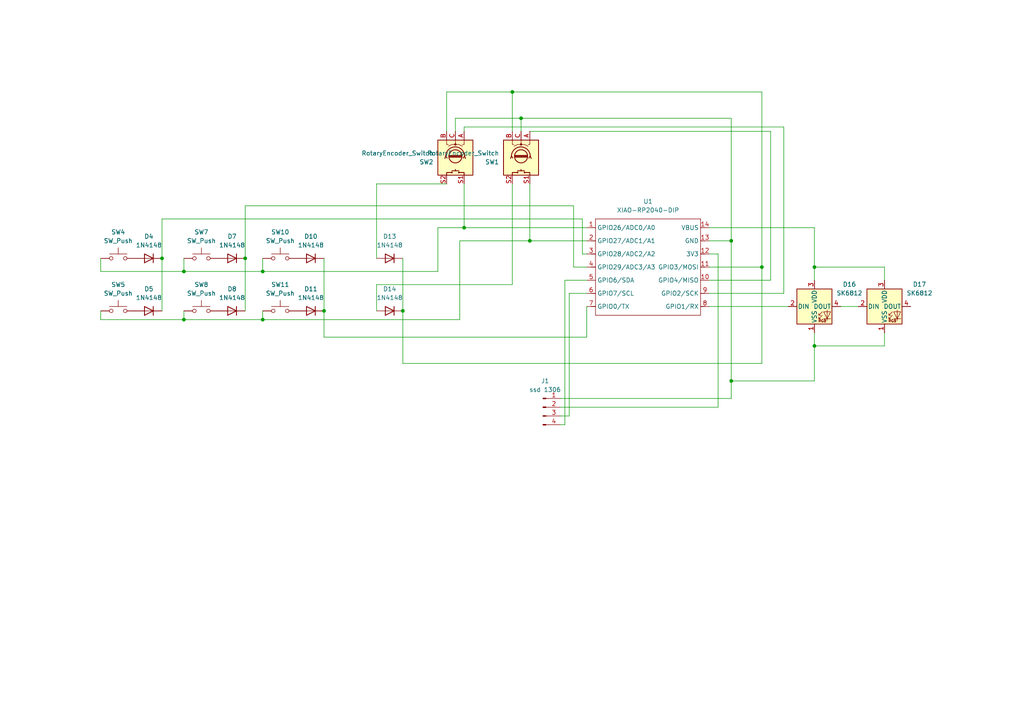
<source format=kicad_sch>
(kicad_sch
	(version 20250114)
	(generator "eeschema")
	(generator_version "9.0")
	(uuid "48ca06df-566f-4860-8bf7-4d466f467d72")
	(paper "A4")
	(lib_symbols
		(symbol "Connector:Conn_01x04_Pin"
			(pin_names
				(offset 1.016)
				(hide yes)
			)
			(exclude_from_sim no)
			(in_bom yes)
			(on_board yes)
			(property "Reference" "J"
				(at 0 5.08 0)
				(effects
					(font
						(size 1.27 1.27)
					)
				)
			)
			(property "Value" "Conn_01x04_Pin"
				(at 0 -7.62 0)
				(effects
					(font
						(size 1.27 1.27)
					)
				)
			)
			(property "Footprint" ""
				(at 0 0 0)
				(effects
					(font
						(size 1.27 1.27)
					)
					(hide yes)
				)
			)
			(property "Datasheet" "~"
				(at 0 0 0)
				(effects
					(font
						(size 1.27 1.27)
					)
					(hide yes)
				)
			)
			(property "Description" "Generic connector, single row, 01x04, script generated"
				(at 0 0 0)
				(effects
					(font
						(size 1.27 1.27)
					)
					(hide yes)
				)
			)
			(property "ki_locked" ""
				(at 0 0 0)
				(effects
					(font
						(size 1.27 1.27)
					)
				)
			)
			(property "ki_keywords" "connector"
				(at 0 0 0)
				(effects
					(font
						(size 1.27 1.27)
					)
					(hide yes)
				)
			)
			(property "ki_fp_filters" "Connector*:*_1x??_*"
				(at 0 0 0)
				(effects
					(font
						(size 1.27 1.27)
					)
					(hide yes)
				)
			)
			(symbol "Conn_01x04_Pin_1_1"
				(rectangle
					(start 0.8636 2.667)
					(end 0 2.413)
					(stroke
						(width 0.1524)
						(type default)
					)
					(fill
						(type outline)
					)
				)
				(rectangle
					(start 0.8636 0.127)
					(end 0 -0.127)
					(stroke
						(width 0.1524)
						(type default)
					)
					(fill
						(type outline)
					)
				)
				(rectangle
					(start 0.8636 -2.413)
					(end 0 -2.667)
					(stroke
						(width 0.1524)
						(type default)
					)
					(fill
						(type outline)
					)
				)
				(rectangle
					(start 0.8636 -4.953)
					(end 0 -5.207)
					(stroke
						(width 0.1524)
						(type default)
					)
					(fill
						(type outline)
					)
				)
				(polyline
					(pts
						(xy 1.27 2.54) (xy 0.8636 2.54)
					)
					(stroke
						(width 0.1524)
						(type default)
					)
					(fill
						(type none)
					)
				)
				(polyline
					(pts
						(xy 1.27 0) (xy 0.8636 0)
					)
					(stroke
						(width 0.1524)
						(type default)
					)
					(fill
						(type none)
					)
				)
				(polyline
					(pts
						(xy 1.27 -2.54) (xy 0.8636 -2.54)
					)
					(stroke
						(width 0.1524)
						(type default)
					)
					(fill
						(type none)
					)
				)
				(polyline
					(pts
						(xy 1.27 -5.08) (xy 0.8636 -5.08)
					)
					(stroke
						(width 0.1524)
						(type default)
					)
					(fill
						(type none)
					)
				)
				(pin passive line
					(at 5.08 2.54 180)
					(length 3.81)
					(name "Pin_1"
						(effects
							(font
								(size 1.27 1.27)
							)
						)
					)
					(number "1"
						(effects
							(font
								(size 1.27 1.27)
							)
						)
					)
				)
				(pin passive line
					(at 5.08 0 180)
					(length 3.81)
					(name "Pin_2"
						(effects
							(font
								(size 1.27 1.27)
							)
						)
					)
					(number "2"
						(effects
							(font
								(size 1.27 1.27)
							)
						)
					)
				)
				(pin passive line
					(at 5.08 -2.54 180)
					(length 3.81)
					(name "Pin_3"
						(effects
							(font
								(size 1.27 1.27)
							)
						)
					)
					(number "3"
						(effects
							(font
								(size 1.27 1.27)
							)
						)
					)
				)
				(pin passive line
					(at 5.08 -5.08 180)
					(length 3.81)
					(name "Pin_4"
						(effects
							(font
								(size 1.27 1.27)
							)
						)
					)
					(number "4"
						(effects
							(font
								(size 1.27 1.27)
							)
						)
					)
				)
			)
			(embedded_fonts no)
		)
		(symbol "Device:RotaryEncoder_Switch"
			(pin_names
				(offset 0.254)
				(hide yes)
			)
			(exclude_from_sim no)
			(in_bom yes)
			(on_board yes)
			(property "Reference" "SW"
				(at 0 6.604 0)
				(effects
					(font
						(size 1.27 1.27)
					)
				)
			)
			(property "Value" "RotaryEncoder_Switch"
				(at 0 -6.604 0)
				(effects
					(font
						(size 1.27 1.27)
					)
				)
			)
			(property "Footprint" ""
				(at -3.81 4.064 0)
				(effects
					(font
						(size 1.27 1.27)
					)
					(hide yes)
				)
			)
			(property "Datasheet" "~"
				(at 0 6.604 0)
				(effects
					(font
						(size 1.27 1.27)
					)
					(hide yes)
				)
			)
			(property "Description" "Rotary encoder, dual channel, incremental quadrate outputs, with switch"
				(at 0 0 0)
				(effects
					(font
						(size 1.27 1.27)
					)
					(hide yes)
				)
			)
			(property "ki_keywords" "rotary switch encoder switch push button"
				(at 0 0 0)
				(effects
					(font
						(size 1.27 1.27)
					)
					(hide yes)
				)
			)
			(property "ki_fp_filters" "RotaryEncoder*Switch*"
				(at 0 0 0)
				(effects
					(font
						(size 1.27 1.27)
					)
					(hide yes)
				)
			)
			(symbol "RotaryEncoder_Switch_0_1"
				(rectangle
					(start -5.08 5.08)
					(end 5.08 -5.08)
					(stroke
						(width 0.254)
						(type default)
					)
					(fill
						(type background)
					)
				)
				(polyline
					(pts
						(xy -5.08 2.54) (xy -3.81 2.54) (xy -3.81 2.032)
					)
					(stroke
						(width 0)
						(type default)
					)
					(fill
						(type none)
					)
				)
				(polyline
					(pts
						(xy -5.08 0) (xy -3.81 0) (xy -3.81 -1.016) (xy -3.302 -2.032)
					)
					(stroke
						(width 0)
						(type default)
					)
					(fill
						(type none)
					)
				)
				(polyline
					(pts
						(xy -5.08 -2.54) (xy -3.81 -2.54) (xy -3.81 -2.032)
					)
					(stroke
						(width 0)
						(type default)
					)
					(fill
						(type none)
					)
				)
				(polyline
					(pts
						(xy -4.318 0) (xy -3.81 0) (xy -3.81 1.016) (xy -3.302 2.032)
					)
					(stroke
						(width 0)
						(type default)
					)
					(fill
						(type none)
					)
				)
				(circle
					(center -3.81 0)
					(radius 0.254)
					(stroke
						(width 0)
						(type default)
					)
					(fill
						(type outline)
					)
				)
				(polyline
					(pts
						(xy -0.635 -1.778) (xy -0.635 1.778)
					)
					(stroke
						(width 0.254)
						(type default)
					)
					(fill
						(type none)
					)
				)
				(circle
					(center -0.381 0)
					(radius 1.905)
					(stroke
						(width 0.254)
						(type default)
					)
					(fill
						(type none)
					)
				)
				(polyline
					(pts
						(xy -0.381 -1.778) (xy -0.381 1.778)
					)
					(stroke
						(width 0.254)
						(type default)
					)
					(fill
						(type none)
					)
				)
				(arc
					(start -0.381 -2.794)
					(mid -3.0988 -0.0635)
					(end -0.381 2.667)
					(stroke
						(width 0.254)
						(type default)
					)
					(fill
						(type none)
					)
				)
				(polyline
					(pts
						(xy -0.127 1.778) (xy -0.127 -1.778)
					)
					(stroke
						(width 0.254)
						(type default)
					)
					(fill
						(type none)
					)
				)
				(polyline
					(pts
						(xy 0.254 2.921) (xy -0.508 2.667) (xy 0.127 2.286)
					)
					(stroke
						(width 0.254)
						(type default)
					)
					(fill
						(type none)
					)
				)
				(polyline
					(pts
						(xy 0.254 -3.048) (xy -0.508 -2.794) (xy 0.127 -2.413)
					)
					(stroke
						(width 0.254)
						(type default)
					)
					(fill
						(type none)
					)
				)
				(polyline
					(pts
						(xy 3.81 1.016) (xy 3.81 -1.016)
					)
					(stroke
						(width 0.254)
						(type default)
					)
					(fill
						(type none)
					)
				)
				(polyline
					(pts
						(xy 3.81 0) (xy 3.429 0)
					)
					(stroke
						(width 0.254)
						(type default)
					)
					(fill
						(type none)
					)
				)
				(circle
					(center 4.318 1.016)
					(radius 0.127)
					(stroke
						(width 0.254)
						(type default)
					)
					(fill
						(type none)
					)
				)
				(circle
					(center 4.318 -1.016)
					(radius 0.127)
					(stroke
						(width 0.254)
						(type default)
					)
					(fill
						(type none)
					)
				)
				(polyline
					(pts
						(xy 5.08 2.54) (xy 4.318 2.54) (xy 4.318 1.016)
					)
					(stroke
						(width 0.254)
						(type default)
					)
					(fill
						(type none)
					)
				)
				(polyline
					(pts
						(xy 5.08 -2.54) (xy 4.318 -2.54) (xy 4.318 -1.016)
					)
					(stroke
						(width 0.254)
						(type default)
					)
					(fill
						(type none)
					)
				)
			)
			(symbol "RotaryEncoder_Switch_1_1"
				(pin passive line
					(at -7.62 2.54 0)
					(length 2.54)
					(name "A"
						(effects
							(font
								(size 1.27 1.27)
							)
						)
					)
					(number "A"
						(effects
							(font
								(size 1.27 1.27)
							)
						)
					)
				)
				(pin passive line
					(at -7.62 0 0)
					(length 2.54)
					(name "C"
						(effects
							(font
								(size 1.27 1.27)
							)
						)
					)
					(number "C"
						(effects
							(font
								(size 1.27 1.27)
							)
						)
					)
				)
				(pin passive line
					(at -7.62 -2.54 0)
					(length 2.54)
					(name "B"
						(effects
							(font
								(size 1.27 1.27)
							)
						)
					)
					(number "B"
						(effects
							(font
								(size 1.27 1.27)
							)
						)
					)
				)
				(pin passive line
					(at 7.62 2.54 180)
					(length 2.54)
					(name "S1"
						(effects
							(font
								(size 1.27 1.27)
							)
						)
					)
					(number "S1"
						(effects
							(font
								(size 1.27 1.27)
							)
						)
					)
				)
				(pin passive line
					(at 7.62 -2.54 180)
					(length 2.54)
					(name "S2"
						(effects
							(font
								(size 1.27 1.27)
							)
						)
					)
					(number "S2"
						(effects
							(font
								(size 1.27 1.27)
							)
						)
					)
				)
			)
			(embedded_fonts no)
		)
		(symbol "Diode:1N4148"
			(pin_numbers
				(hide yes)
			)
			(pin_names
				(hide yes)
			)
			(exclude_from_sim no)
			(in_bom yes)
			(on_board yes)
			(property "Reference" "D"
				(at 0 2.54 0)
				(effects
					(font
						(size 1.27 1.27)
					)
				)
			)
			(property "Value" "1N4148"
				(at 0 -2.54 0)
				(effects
					(font
						(size 1.27 1.27)
					)
				)
			)
			(property "Footprint" "Diode_THT:D_DO-35_SOD27_P7.62mm_Horizontal"
				(at 0 0 0)
				(effects
					(font
						(size 1.27 1.27)
					)
					(hide yes)
				)
			)
			(property "Datasheet" "https://assets.nexperia.com/documents/data-sheet/1N4148_1N4448.pdf"
				(at 0 0 0)
				(effects
					(font
						(size 1.27 1.27)
					)
					(hide yes)
				)
			)
			(property "Description" "100V 0.15A standard switching diode, DO-35"
				(at 0 0 0)
				(effects
					(font
						(size 1.27 1.27)
					)
					(hide yes)
				)
			)
			(property "Sim.Device" "D"
				(at 0 0 0)
				(effects
					(font
						(size 1.27 1.27)
					)
					(hide yes)
				)
			)
			(property "Sim.Pins" "1=K 2=A"
				(at 0 0 0)
				(effects
					(font
						(size 1.27 1.27)
					)
					(hide yes)
				)
			)
			(property "ki_keywords" "diode"
				(at 0 0 0)
				(effects
					(font
						(size 1.27 1.27)
					)
					(hide yes)
				)
			)
			(property "ki_fp_filters" "D*DO?35*"
				(at 0 0 0)
				(effects
					(font
						(size 1.27 1.27)
					)
					(hide yes)
				)
			)
			(symbol "1N4148_0_1"
				(polyline
					(pts
						(xy -1.27 1.27) (xy -1.27 -1.27)
					)
					(stroke
						(width 0.254)
						(type default)
					)
					(fill
						(type none)
					)
				)
				(polyline
					(pts
						(xy 1.27 1.27) (xy 1.27 -1.27) (xy -1.27 0) (xy 1.27 1.27)
					)
					(stroke
						(width 0.254)
						(type default)
					)
					(fill
						(type none)
					)
				)
				(polyline
					(pts
						(xy 1.27 0) (xy -1.27 0)
					)
					(stroke
						(width 0)
						(type default)
					)
					(fill
						(type none)
					)
				)
			)
			(symbol "1N4148_1_1"
				(pin passive line
					(at -3.81 0 0)
					(length 2.54)
					(name "K"
						(effects
							(font
								(size 1.27 1.27)
							)
						)
					)
					(number "1"
						(effects
							(font
								(size 1.27 1.27)
							)
						)
					)
				)
				(pin passive line
					(at 3.81 0 180)
					(length 2.54)
					(name "A"
						(effects
							(font
								(size 1.27 1.27)
							)
						)
					)
					(number "2"
						(effects
							(font
								(size 1.27 1.27)
							)
						)
					)
				)
			)
			(embedded_fonts no)
		)
		(symbol "LED:SK6812"
			(pin_names
				(offset 0.254)
			)
			(exclude_from_sim no)
			(in_bom yes)
			(on_board yes)
			(property "Reference" "D"
				(at 5.08 5.715 0)
				(effects
					(font
						(size 1.27 1.27)
					)
					(justify right bottom)
				)
			)
			(property "Value" "SK6812"
				(at 1.27 -5.715 0)
				(effects
					(font
						(size 1.27 1.27)
					)
					(justify left top)
				)
			)
			(property "Footprint" "LED_SMD:LED_SK6812_PLCC4_5.0x5.0mm_P3.2mm"
				(at 1.27 -7.62 0)
				(effects
					(font
						(size 1.27 1.27)
					)
					(justify left top)
					(hide yes)
				)
			)
			(property "Datasheet" "https://cdn-shop.adafruit.com/product-files/1138/SK6812+LED+datasheet+.pdf"
				(at 2.54 -9.525 0)
				(effects
					(font
						(size 1.27 1.27)
					)
					(justify left top)
					(hide yes)
				)
			)
			(property "Description" "RGB LED with integrated controller"
				(at 0 0 0)
				(effects
					(font
						(size 1.27 1.27)
					)
					(hide yes)
				)
			)
			(property "ki_keywords" "RGB LED NeoPixel addressable"
				(at 0 0 0)
				(effects
					(font
						(size 1.27 1.27)
					)
					(hide yes)
				)
			)
			(property "ki_fp_filters" "LED*SK6812*PLCC*5.0x5.0mm*P3.2mm*"
				(at 0 0 0)
				(effects
					(font
						(size 1.27 1.27)
					)
					(hide yes)
				)
			)
			(symbol "SK6812_0_0"
				(text "RGB"
					(at 2.286 -4.191 0)
					(effects
						(font
							(size 0.762 0.762)
						)
					)
				)
			)
			(symbol "SK6812_0_1"
				(polyline
					(pts
						(xy 1.27 -2.54) (xy 1.778 -2.54)
					)
					(stroke
						(width 0)
						(type default)
					)
					(fill
						(type none)
					)
				)
				(polyline
					(pts
						(xy 1.27 -3.556) (xy 1.778 -3.556)
					)
					(stroke
						(width 0)
						(type default)
					)
					(fill
						(type none)
					)
				)
				(polyline
					(pts
						(xy 2.286 -1.524) (xy 1.27 -2.54) (xy 1.27 -2.032)
					)
					(stroke
						(width 0)
						(type default)
					)
					(fill
						(type none)
					)
				)
				(polyline
					(pts
						(xy 2.286 -2.54) (xy 1.27 -3.556) (xy 1.27 -3.048)
					)
					(stroke
						(width 0)
						(type default)
					)
					(fill
						(type none)
					)
				)
				(polyline
					(pts
						(xy 3.683 -1.016) (xy 3.683 -3.556) (xy 3.683 -4.064)
					)
					(stroke
						(width 0)
						(type default)
					)
					(fill
						(type none)
					)
				)
				(polyline
					(pts
						(xy 4.699 -1.524) (xy 2.667 -1.524) (xy 3.683 -3.556) (xy 4.699 -1.524)
					)
					(stroke
						(width 0)
						(type default)
					)
					(fill
						(type none)
					)
				)
				(polyline
					(pts
						(xy 4.699 -3.556) (xy 2.667 -3.556)
					)
					(stroke
						(width 0)
						(type default)
					)
					(fill
						(type none)
					)
				)
				(rectangle
					(start 5.08 5.08)
					(end -5.08 -5.08)
					(stroke
						(width 0.254)
						(type default)
					)
					(fill
						(type background)
					)
				)
			)
			(symbol "SK6812_1_1"
				(pin input line
					(at -7.62 0 0)
					(length 2.54)
					(name "DIN"
						(effects
							(font
								(size 1.27 1.27)
							)
						)
					)
					(number "2"
						(effects
							(font
								(size 1.27 1.27)
							)
						)
					)
				)
				(pin power_in line
					(at 0 7.62 270)
					(length 2.54)
					(name "VDD"
						(effects
							(font
								(size 1.27 1.27)
							)
						)
					)
					(number "3"
						(effects
							(font
								(size 1.27 1.27)
							)
						)
					)
				)
				(pin power_in line
					(at 0 -7.62 90)
					(length 2.54)
					(name "VSS"
						(effects
							(font
								(size 1.27 1.27)
							)
						)
					)
					(number "1"
						(effects
							(font
								(size 1.27 1.27)
							)
						)
					)
				)
				(pin output line
					(at 7.62 0 180)
					(length 2.54)
					(name "DOUT"
						(effects
							(font
								(size 1.27 1.27)
							)
						)
					)
					(number "4"
						(effects
							(font
								(size 1.27 1.27)
							)
						)
					)
				)
			)
			(embedded_fonts no)
		)
		(symbol "Switch:SW_Push"
			(pin_numbers
				(hide yes)
			)
			(pin_names
				(offset 1.016)
				(hide yes)
			)
			(exclude_from_sim no)
			(in_bom yes)
			(on_board yes)
			(property "Reference" "SW"
				(at 1.27 2.54 0)
				(effects
					(font
						(size 1.27 1.27)
					)
					(justify left)
				)
			)
			(property "Value" "SW_Push"
				(at 0 -1.524 0)
				(effects
					(font
						(size 1.27 1.27)
					)
				)
			)
			(property "Footprint" ""
				(at 0 5.08 0)
				(effects
					(font
						(size 1.27 1.27)
					)
					(hide yes)
				)
			)
			(property "Datasheet" "~"
				(at 0 5.08 0)
				(effects
					(font
						(size 1.27 1.27)
					)
					(hide yes)
				)
			)
			(property "Description" "Push button switch, generic, two pins"
				(at 0 0 0)
				(effects
					(font
						(size 1.27 1.27)
					)
					(hide yes)
				)
			)
			(property "ki_keywords" "switch normally-open pushbutton push-button"
				(at 0 0 0)
				(effects
					(font
						(size 1.27 1.27)
					)
					(hide yes)
				)
			)
			(symbol "SW_Push_0_1"
				(circle
					(center -2.032 0)
					(radius 0.508)
					(stroke
						(width 0)
						(type default)
					)
					(fill
						(type none)
					)
				)
				(polyline
					(pts
						(xy 0 1.27) (xy 0 3.048)
					)
					(stroke
						(width 0)
						(type default)
					)
					(fill
						(type none)
					)
				)
				(circle
					(center 2.032 0)
					(radius 0.508)
					(stroke
						(width 0)
						(type default)
					)
					(fill
						(type none)
					)
				)
				(polyline
					(pts
						(xy 2.54 1.27) (xy -2.54 1.27)
					)
					(stroke
						(width 0)
						(type default)
					)
					(fill
						(type none)
					)
				)
				(pin passive line
					(at -5.08 0 0)
					(length 2.54)
					(name "1"
						(effects
							(font
								(size 1.27 1.27)
							)
						)
					)
					(number "1"
						(effects
							(font
								(size 1.27 1.27)
							)
						)
					)
				)
				(pin passive line
					(at 5.08 0 180)
					(length 2.54)
					(name "2"
						(effects
							(font
								(size 1.27 1.27)
							)
						)
					)
					(number "2"
						(effects
							(font
								(size 1.27 1.27)
							)
						)
					)
				)
			)
			(embedded_fonts no)
		)
		(symbol "opl:XIAO-RP2040-DIP"
			(exclude_from_sim no)
			(in_bom yes)
			(on_board yes)
			(property "Reference" "U"
				(at 0 0 0)
				(effects
					(font
						(size 1.27 1.27)
					)
				)
			)
			(property "Value" "XIAO-RP2040-DIP"
				(at 5.334 -1.778 0)
				(effects
					(font
						(size 1.27 1.27)
					)
				)
			)
			(property "Footprint" "Module:MOUDLE14P-XIAO-DIP-SMD"
				(at 14.478 -32.258 0)
				(effects
					(font
						(size 1.27 1.27)
					)
					(hide yes)
				)
			)
			(property "Datasheet" ""
				(at 0 0 0)
				(effects
					(font
						(size 1.27 1.27)
					)
					(hide yes)
				)
			)
			(property "Description" ""
				(at 0 0 0)
				(effects
					(font
						(size 1.27 1.27)
					)
					(hide yes)
				)
			)
			(symbol "XIAO-RP2040-DIP_1_0"
				(polyline
					(pts
						(xy -1.27 -2.54) (xy 29.21 -2.54)
					)
					(stroke
						(width 0.1524)
						(type solid)
					)
					(fill
						(type none)
					)
				)
				(polyline
					(pts
						(xy -1.27 -5.08) (xy -2.54 -5.08)
					)
					(stroke
						(width 0.1524)
						(type solid)
					)
					(fill
						(type none)
					)
				)
				(polyline
					(pts
						(xy -1.27 -5.08) (xy -1.27 -2.54)
					)
					(stroke
						(width 0.1524)
						(type solid)
					)
					(fill
						(type none)
					)
				)
				(polyline
					(pts
						(xy -1.27 -8.89) (xy -2.54 -8.89)
					)
					(stroke
						(width 0.1524)
						(type solid)
					)
					(fill
						(type none)
					)
				)
				(polyline
					(pts
						(xy -1.27 -8.89) (xy -1.27 -5.08)
					)
					(stroke
						(width 0.1524)
						(type solid)
					)
					(fill
						(type none)
					)
				)
				(polyline
					(pts
						(xy -1.27 -12.7) (xy -2.54 -12.7)
					)
					(stroke
						(width 0.1524)
						(type solid)
					)
					(fill
						(type none)
					)
				)
				(polyline
					(pts
						(xy -1.27 -12.7) (xy -1.27 -8.89)
					)
					(stroke
						(width 0.1524)
						(type solid)
					)
					(fill
						(type none)
					)
				)
				(polyline
					(pts
						(xy -1.27 -16.51) (xy -2.54 -16.51)
					)
					(stroke
						(width 0.1524)
						(type solid)
					)
					(fill
						(type none)
					)
				)
				(polyline
					(pts
						(xy -1.27 -16.51) (xy -1.27 -12.7)
					)
					(stroke
						(width 0.1524)
						(type solid)
					)
					(fill
						(type none)
					)
				)
				(polyline
					(pts
						(xy -1.27 -20.32) (xy -2.54 -20.32)
					)
					(stroke
						(width 0.1524)
						(type solid)
					)
					(fill
						(type none)
					)
				)
				(polyline
					(pts
						(xy -1.27 -24.13) (xy -2.54 -24.13)
					)
					(stroke
						(width 0.1524)
						(type solid)
					)
					(fill
						(type none)
					)
				)
				(polyline
					(pts
						(xy -1.27 -27.94) (xy -2.54 -27.94)
					)
					(stroke
						(width 0.1524)
						(type solid)
					)
					(fill
						(type none)
					)
				)
				(polyline
					(pts
						(xy -1.27 -30.48) (xy -1.27 -16.51)
					)
					(stroke
						(width 0.1524)
						(type solid)
					)
					(fill
						(type none)
					)
				)
				(polyline
					(pts
						(xy 29.21 -2.54) (xy 29.21 -5.08)
					)
					(stroke
						(width 0.1524)
						(type solid)
					)
					(fill
						(type none)
					)
				)
				(polyline
					(pts
						(xy 29.21 -5.08) (xy 29.21 -8.89)
					)
					(stroke
						(width 0.1524)
						(type solid)
					)
					(fill
						(type none)
					)
				)
				(polyline
					(pts
						(xy 29.21 -8.89) (xy 29.21 -12.7)
					)
					(stroke
						(width 0.1524)
						(type solid)
					)
					(fill
						(type none)
					)
				)
				(polyline
					(pts
						(xy 29.21 -12.7) (xy 29.21 -30.48)
					)
					(stroke
						(width 0.1524)
						(type solid)
					)
					(fill
						(type none)
					)
				)
				(polyline
					(pts
						(xy 29.21 -30.48) (xy -1.27 -30.48)
					)
					(stroke
						(width 0.1524)
						(type solid)
					)
					(fill
						(type none)
					)
				)
				(polyline
					(pts
						(xy 30.48 -5.08) (xy 29.21 -5.08)
					)
					(stroke
						(width 0.1524)
						(type solid)
					)
					(fill
						(type none)
					)
				)
				(polyline
					(pts
						(xy 30.48 -8.89) (xy 29.21 -8.89)
					)
					(stroke
						(width 0.1524)
						(type solid)
					)
					(fill
						(type none)
					)
				)
				(polyline
					(pts
						(xy 30.48 -12.7) (xy 29.21 -12.7)
					)
					(stroke
						(width 0.1524)
						(type solid)
					)
					(fill
						(type none)
					)
				)
				(polyline
					(pts
						(xy 30.48 -16.51) (xy 29.21 -16.51)
					)
					(stroke
						(width 0.1524)
						(type solid)
					)
					(fill
						(type none)
					)
				)
				(polyline
					(pts
						(xy 30.48 -20.32) (xy 29.21 -20.32)
					)
					(stroke
						(width 0.1524)
						(type solid)
					)
					(fill
						(type none)
					)
				)
				(polyline
					(pts
						(xy 30.48 -24.13) (xy 29.21 -24.13)
					)
					(stroke
						(width 0.1524)
						(type solid)
					)
					(fill
						(type none)
					)
				)
				(polyline
					(pts
						(xy 30.48 -27.94) (xy 29.21 -27.94)
					)
					(stroke
						(width 0.1524)
						(type solid)
					)
					(fill
						(type none)
					)
				)
				(pin passive line
					(at -3.81 -5.08 0)
					(length 2.54)
					(name "GPIO26/ADC0/A0"
						(effects
							(font
								(size 1.27 1.27)
							)
						)
					)
					(number "1"
						(effects
							(font
								(size 1.27 1.27)
							)
						)
					)
				)
				(pin passive line
					(at -3.81 -8.89 0)
					(length 2.54)
					(name "GPIO27/ADC1/A1"
						(effects
							(font
								(size 1.27 1.27)
							)
						)
					)
					(number "2"
						(effects
							(font
								(size 1.27 1.27)
							)
						)
					)
				)
				(pin passive line
					(at -3.81 -12.7 0)
					(length 2.54)
					(name "GPIO28/ADC2/A2"
						(effects
							(font
								(size 1.27 1.27)
							)
						)
					)
					(number "3"
						(effects
							(font
								(size 1.27 1.27)
							)
						)
					)
				)
				(pin passive line
					(at -3.81 -16.51 0)
					(length 2.54)
					(name "GPIO29/ADC3/A3"
						(effects
							(font
								(size 1.27 1.27)
							)
						)
					)
					(number "4"
						(effects
							(font
								(size 1.27 1.27)
							)
						)
					)
				)
				(pin passive line
					(at -3.81 -20.32 0)
					(length 2.54)
					(name "GPIO6/SDA"
						(effects
							(font
								(size 1.27 1.27)
							)
						)
					)
					(number "5"
						(effects
							(font
								(size 1.27 1.27)
							)
						)
					)
				)
				(pin passive line
					(at -3.81 -24.13 0)
					(length 2.54)
					(name "GPIO7/SCL"
						(effects
							(font
								(size 1.27 1.27)
							)
						)
					)
					(number "6"
						(effects
							(font
								(size 1.27 1.27)
							)
						)
					)
				)
				(pin passive line
					(at -3.81 -27.94 0)
					(length 2.54)
					(name "GPIO0/TX"
						(effects
							(font
								(size 1.27 1.27)
							)
						)
					)
					(number "7"
						(effects
							(font
								(size 1.27 1.27)
							)
						)
					)
				)
				(pin passive line
					(at 31.75 -5.08 180)
					(length 2.54)
					(name "VBUS"
						(effects
							(font
								(size 1.27 1.27)
							)
						)
					)
					(number "14"
						(effects
							(font
								(size 1.27 1.27)
							)
						)
					)
				)
				(pin passive line
					(at 31.75 -8.89 180)
					(length 2.54)
					(name "GND"
						(effects
							(font
								(size 1.27 1.27)
							)
						)
					)
					(number "13"
						(effects
							(font
								(size 1.27 1.27)
							)
						)
					)
				)
				(pin passive line
					(at 31.75 -12.7 180)
					(length 2.54)
					(name "3V3"
						(effects
							(font
								(size 1.27 1.27)
							)
						)
					)
					(number "12"
						(effects
							(font
								(size 1.27 1.27)
							)
						)
					)
				)
				(pin passive line
					(at 31.75 -16.51 180)
					(length 2.54)
					(name "GPIO3/MOSI"
						(effects
							(font
								(size 1.27 1.27)
							)
						)
					)
					(number "11"
						(effects
							(font
								(size 1.27 1.27)
							)
						)
					)
				)
				(pin passive line
					(at 31.75 -20.32 180)
					(length 2.54)
					(name "GPIO4/MISO"
						(effects
							(font
								(size 1.27 1.27)
							)
						)
					)
					(number "10"
						(effects
							(font
								(size 1.27 1.27)
							)
						)
					)
				)
				(pin passive line
					(at 31.75 -24.13 180)
					(length 2.54)
					(name "GPIO2/SCK"
						(effects
							(font
								(size 1.27 1.27)
							)
						)
					)
					(number "9"
						(effects
							(font
								(size 1.27 1.27)
							)
						)
					)
				)
				(pin passive line
					(at 31.75 -27.94 180)
					(length 2.54)
					(name "GPIO1/RX"
						(effects
							(font
								(size 1.27 1.27)
							)
						)
					)
					(number "8"
						(effects
							(font
								(size 1.27 1.27)
							)
						)
					)
				)
			)
			(embedded_fonts no)
		)
	)
	(junction
		(at 212.09 69.85)
		(diameter 0)
		(color 0 0 0 0)
		(uuid "111e2a28-8cb6-499b-ad57-2f94ec5e6215")
	)
	(junction
		(at 236.22 100.33)
		(diameter 0)
		(color 0 0 0 0)
		(uuid "113db48e-ac93-4f01-81fa-ebf3419fe344")
	)
	(junction
		(at 93.98 90.17)
		(diameter 0)
		(color 0 0 0 0)
		(uuid "1af88efd-9f0d-4e38-b531-f870d3eab8e1")
	)
	(junction
		(at 212.09 110.49)
		(diameter 0)
		(color 0 0 0 0)
		(uuid "26454770-0286-4a15-98c7-1643383617cd")
	)
	(junction
		(at 53.34 78.74)
		(diameter 0)
		(color 0 0 0 0)
		(uuid "2939c989-a827-48b2-8cb0-64dffcf3479d")
	)
	(junction
		(at 220.98 77.47)
		(diameter 0)
		(color 0 0 0 0)
		(uuid "4dd3282d-fd0b-4a2a-9b56-e8bb6c4d2555")
	)
	(junction
		(at 71.12 74.93)
		(diameter 0)
		(color 0 0 0 0)
		(uuid "735238f4-db57-4489-a37f-a86c3347662a")
	)
	(junction
		(at 236.22 77.47)
		(diameter 0)
		(color 0 0 0 0)
		(uuid "7803887f-6dd1-4a3c-88c0-44873722ad93")
	)
	(junction
		(at 116.84 90.17)
		(diameter 0)
		(color 0 0 0 0)
		(uuid "88ac02bd-8691-4f22-a281-c32ac7657556")
	)
	(junction
		(at 151.13 34.29)
		(diameter 0)
		(color 0 0 0 0)
		(uuid "929d042d-09ad-4797-8eda-709d8122f986")
	)
	(junction
		(at 148.59 26.67)
		(diameter 0)
		(color 0 0 0 0)
		(uuid "995fa59a-50d9-4e74-9e49-a7132d811060")
	)
	(junction
		(at 76.2 78.74)
		(diameter 0)
		(color 0 0 0 0)
		(uuid "a4ef9ad1-b3fc-4cfa-a74a-364d0dc81a00")
	)
	(junction
		(at 76.2 92.71)
		(diameter 0)
		(color 0 0 0 0)
		(uuid "a546b32b-41f3-4e3c-b8a4-7afcc9733495")
	)
	(junction
		(at 134.62 66.04)
		(diameter 0)
		(color 0 0 0 0)
		(uuid "aec8660b-03f5-4479-ab05-2ee657446d0e")
	)
	(junction
		(at 53.34 92.71)
		(diameter 0)
		(color 0 0 0 0)
		(uuid "b76e168c-82b5-48a7-8911-8bfabe5d35e5")
	)
	(junction
		(at 153.67 69.85)
		(diameter 0)
		(color 0 0 0 0)
		(uuid "fadcb11c-b8d6-44c7-9f48-f56a85ba29d2")
	)
	(junction
		(at 46.99 74.93)
		(diameter 0)
		(color 0 0 0 0)
		(uuid "faef5a9c-1b94-487e-a259-0beb69ed0525")
	)
	(wire
		(pts
			(xy 165.1 85.09) (xy 165.1 120.65)
		)
		(stroke
			(width 0)
			(type default)
		)
		(uuid "03b47aba-45e2-492f-8752-a76114cb5f25")
	)
	(wire
		(pts
			(xy 153.67 53.34) (xy 153.67 69.85)
		)
		(stroke
			(width 0)
			(type default)
		)
		(uuid "03e3d79f-8318-4d83-b3c1-3d58207faf08")
	)
	(wire
		(pts
			(xy 134.62 36.83) (xy 134.62 38.1)
		)
		(stroke
			(width 0)
			(type default)
		)
		(uuid "059e9918-5860-4b72-9a66-c7bccea85150")
	)
	(wire
		(pts
			(xy 148.59 26.67) (xy 148.59 38.1)
		)
		(stroke
			(width 0)
			(type default)
		)
		(uuid "05a829d4-ccf6-4e65-a5b1-c036d3f35d67")
	)
	(wire
		(pts
			(xy 212.09 115.57) (xy 212.09 110.49)
		)
		(stroke
			(width 0)
			(type default)
		)
		(uuid "0911909e-9d6c-4cdf-bbbf-76d8e17b3e3f")
	)
	(wire
		(pts
			(xy 228.6 88.9) (xy 205.74 88.9)
		)
		(stroke
			(width 0)
			(type default)
		)
		(uuid "0919fdfe-4581-4bf2-b6d1-1e54124b1898")
	)
	(wire
		(pts
			(xy 256.54 100.33) (xy 236.22 100.33)
		)
		(stroke
			(width 0)
			(type default)
		)
		(uuid "0cbca2b3-f974-43f0-99ce-b5d5c0e74f81")
	)
	(wire
		(pts
			(xy 46.99 63.5) (xy 168.91 63.5)
		)
		(stroke
			(width 0)
			(type default)
		)
		(uuid "13284839-c9a9-4c83-abb5-1096880613c2")
	)
	(wire
		(pts
			(xy 220.98 26.67) (xy 148.59 26.67)
		)
		(stroke
			(width 0)
			(type default)
		)
		(uuid "1a642046-8a70-4965-b72a-72f0fd95c530")
	)
	(wire
		(pts
			(xy 163.83 123.19) (xy 162.56 123.19)
		)
		(stroke
			(width 0)
			(type default)
		)
		(uuid "1b929d59-40d3-4a77-9cf2-fab22b25a8bd")
	)
	(wire
		(pts
			(xy 223.52 81.28) (xy 205.74 81.28)
		)
		(stroke
			(width 0)
			(type default)
		)
		(uuid "1b96cc53-e0e0-49e5-9546-eeb1bd2a4a32")
	)
	(wire
		(pts
			(xy 76.2 74.93) (xy 76.2 78.74)
		)
		(stroke
			(width 0)
			(type default)
		)
		(uuid "20e9a562-863e-464a-bef9-79fc05aea226")
	)
	(wire
		(pts
			(xy 243.84 88.9) (xy 248.92 88.9)
		)
		(stroke
			(width 0)
			(type default)
		)
		(uuid "21fb9722-d13f-4471-9282-0d98c605bdd1")
	)
	(wire
		(pts
			(xy 227.33 85.09) (xy 227.33 36.83)
		)
		(stroke
			(width 0)
			(type default)
		)
		(uuid "29eb53b6-9643-4d2e-b0d7-adf35223fda2")
	)
	(wire
		(pts
			(xy 162.56 118.11) (xy 208.28 118.11)
		)
		(stroke
			(width 0)
			(type default)
		)
		(uuid "2a748c11-b5d4-41d5-bff4-3b920bcf3867")
	)
	(wire
		(pts
			(xy 170.18 77.47) (xy 166.37 77.47)
		)
		(stroke
			(width 0)
			(type default)
		)
		(uuid "2be8a512-240a-473e-8424-b2913341238d")
	)
	(wire
		(pts
			(xy 256.54 81.28) (xy 256.54 77.47)
		)
		(stroke
			(width 0)
			(type default)
		)
		(uuid "2c2a338c-f87d-46c9-aabc-f319afe3936e")
	)
	(wire
		(pts
			(xy 46.99 74.93) (xy 46.99 63.5)
		)
		(stroke
			(width 0)
			(type default)
		)
		(uuid "2d06c6bf-300e-4d07-9672-916bebbb8d31")
	)
	(wire
		(pts
			(xy 129.54 26.67) (xy 129.54 38.1)
		)
		(stroke
			(width 0)
			(type default)
		)
		(uuid "2e7c64b4-55c5-4f15-8cc6-7634d8cc93f4")
	)
	(wire
		(pts
			(xy 76.2 90.17) (xy 76.2 92.71)
		)
		(stroke
			(width 0)
			(type default)
		)
		(uuid "331aa683-dbb7-4b3c-b5c7-9f927c56f5ce")
	)
	(wire
		(pts
			(xy 116.84 105.41) (xy 220.98 105.41)
		)
		(stroke
			(width 0)
			(type default)
		)
		(uuid "347b112e-506c-4a4c-ba68-d70649544132")
	)
	(wire
		(pts
			(xy 170.18 69.85) (xy 153.67 69.85)
		)
		(stroke
			(width 0)
			(type default)
		)
		(uuid "3a9b7c79-6cbb-4b88-adbb-542f46d9da5d")
	)
	(wire
		(pts
			(xy 220.98 105.41) (xy 220.98 77.47)
		)
		(stroke
			(width 0)
			(type default)
		)
		(uuid "3f488ecc-de71-47d6-9d5e-b24bc778f4e5")
	)
	(wire
		(pts
			(xy 132.08 34.29) (xy 151.13 34.29)
		)
		(stroke
			(width 0)
			(type default)
		)
		(uuid "438f2387-b88c-4e5d-8497-a93f29886374")
	)
	(wire
		(pts
			(xy 170.18 85.09) (xy 165.1 85.09)
		)
		(stroke
			(width 0)
			(type default)
		)
		(uuid "43e75377-d788-4656-a5f7-59e6b5c70ec4")
	)
	(wire
		(pts
			(xy 236.22 77.47) (xy 236.22 81.28)
		)
		(stroke
			(width 0)
			(type default)
		)
		(uuid "45fc2b79-7591-4776-aa90-52d1ea3ec8c8")
	)
	(wire
		(pts
			(xy 256.54 77.47) (xy 236.22 77.47)
		)
		(stroke
			(width 0)
			(type default)
		)
		(uuid "4777a3bf-2b25-4664-bec2-020b819fcb98")
	)
	(wire
		(pts
			(xy 109.22 82.55) (xy 109.22 90.17)
		)
		(stroke
			(width 0)
			(type default)
		)
		(uuid "49234e7f-0873-4255-82f3-11402e5adb1e")
	)
	(wire
		(pts
			(xy 220.98 77.47) (xy 220.98 26.67)
		)
		(stroke
			(width 0)
			(type default)
		)
		(uuid "49c1113b-5157-4f25-ae8e-01deaea631e1")
	)
	(wire
		(pts
			(xy 236.22 100.33) (xy 236.22 110.49)
		)
		(stroke
			(width 0)
			(type default)
		)
		(uuid "58a0bdf1-32af-4715-a147-07a17be7b706")
	)
	(wire
		(pts
			(xy 205.74 85.09) (xy 227.33 85.09)
		)
		(stroke
			(width 0)
			(type default)
		)
		(uuid "58f981d7-5a20-4c79-ae8b-1e927858844d")
	)
	(wire
		(pts
			(xy 133.35 69.85) (xy 133.35 92.71)
		)
		(stroke
			(width 0)
			(type default)
		)
		(uuid "5bf0c99f-29dd-4f41-9f21-b2fd38ea063a")
	)
	(wire
		(pts
			(xy 29.21 90.17) (xy 29.21 92.71)
		)
		(stroke
			(width 0)
			(type default)
		)
		(uuid "5ee01765-ba96-43ff-94b5-34a185145c0c")
	)
	(wire
		(pts
			(xy 29.21 74.93) (xy 29.21 78.74)
		)
		(stroke
			(width 0)
			(type default)
		)
		(uuid "603c22a9-d7fe-45ef-a905-b27f53fc4722")
	)
	(wire
		(pts
			(xy 151.13 34.29) (xy 151.13 38.1)
		)
		(stroke
			(width 0)
			(type default)
		)
		(uuid "656c7fd8-a258-4e1c-ac54-333c62610935")
	)
	(wire
		(pts
			(xy 132.08 38.1) (xy 132.08 34.29)
		)
		(stroke
			(width 0)
			(type default)
		)
		(uuid "696dfa7f-4a91-4f50-8fc4-d178110d63c1")
	)
	(wire
		(pts
			(xy 29.21 78.74) (xy 53.34 78.74)
		)
		(stroke
			(width 0)
			(type default)
		)
		(uuid "6c04503b-05aa-4325-9f4e-96181df86fec")
	)
	(wire
		(pts
			(xy 129.54 53.34) (xy 109.22 53.34)
		)
		(stroke
			(width 0)
			(type default)
		)
		(uuid "6c8af634-8c90-4c15-a5d4-810e042fda6c")
	)
	(wire
		(pts
			(xy 53.34 74.93) (xy 53.34 78.74)
		)
		(stroke
			(width 0)
			(type default)
		)
		(uuid "6d92730e-e0f0-4137-a980-d9d8c711f387")
	)
	(wire
		(pts
			(xy 166.37 77.47) (xy 166.37 59.69)
		)
		(stroke
			(width 0)
			(type default)
		)
		(uuid "6df59b4e-e11d-4180-9502-f5e71beb10fd")
	)
	(wire
		(pts
			(xy 236.22 66.04) (xy 205.74 66.04)
		)
		(stroke
			(width 0)
			(type default)
		)
		(uuid "6f19443d-b23a-4d82-9780-aa6cc49aba3b")
	)
	(wire
		(pts
			(xy 71.12 59.69) (xy 166.37 59.69)
		)
		(stroke
			(width 0)
			(type default)
		)
		(uuid "70f8ad31-dd6f-40a2-8f1a-f482ebf3456f")
	)
	(wire
		(pts
			(xy 134.62 53.34) (xy 134.62 66.04)
		)
		(stroke
			(width 0)
			(type default)
		)
		(uuid "78fd6d9d-8f13-4b2c-bc29-2a2a864ddde3")
	)
	(wire
		(pts
			(xy 162.56 115.57) (xy 212.09 115.57)
		)
		(stroke
			(width 0)
			(type default)
		)
		(uuid "7a4ba37d-60b8-4020-843f-5a54cd6863ec")
	)
	(wire
		(pts
			(xy 76.2 92.71) (xy 53.34 92.71)
		)
		(stroke
			(width 0)
			(type default)
		)
		(uuid "7a57efda-54de-4c93-83bd-797eb22dae8a")
	)
	(wire
		(pts
			(xy 134.62 66.04) (xy 170.18 66.04)
		)
		(stroke
			(width 0)
			(type default)
		)
		(uuid "7d740a95-4829-42cd-8ff3-f3c2706f3b4e")
	)
	(wire
		(pts
			(xy 148.59 82.55) (xy 109.22 82.55)
		)
		(stroke
			(width 0)
			(type default)
		)
		(uuid "7e07ad00-0fe9-4d61-82b8-9cf9b76d148a")
	)
	(wire
		(pts
			(xy 165.1 120.65) (xy 162.56 120.65)
		)
		(stroke
			(width 0)
			(type default)
		)
		(uuid "82f89f8b-c131-4529-b0e9-bbe28028a3f6")
	)
	(wire
		(pts
			(xy 256.54 96.52) (xy 256.54 100.33)
		)
		(stroke
			(width 0)
			(type default)
		)
		(uuid "84e56150-b9bd-4fe7-b41d-f2e4fc94912a")
	)
	(wire
		(pts
			(xy 53.34 78.74) (xy 76.2 78.74)
		)
		(stroke
			(width 0)
			(type default)
		)
		(uuid "87f71401-cb9c-46df-9d60-002be0033860")
	)
	(wire
		(pts
			(xy 168.91 73.66) (xy 170.18 73.66)
		)
		(stroke
			(width 0)
			(type default)
		)
		(uuid "8d7db5b2-4f13-4474-abe7-19f63ac40af9")
	)
	(wire
		(pts
			(xy 46.99 90.17) (xy 46.99 74.93)
		)
		(stroke
			(width 0)
			(type default)
		)
		(uuid "8e214982-c201-42ec-bb33-d41ad78d4ba7")
	)
	(wire
		(pts
			(xy 205.74 77.47) (xy 220.98 77.47)
		)
		(stroke
			(width 0)
			(type default)
		)
		(uuid "8fed8736-21eb-4eb2-9d33-cf11dd2af96b")
	)
	(wire
		(pts
			(xy 212.09 34.29) (xy 151.13 34.29)
		)
		(stroke
			(width 0)
			(type default)
		)
		(uuid "9bd02b79-568f-41bd-a2cc-4d67a2030194")
	)
	(wire
		(pts
			(xy 148.59 53.34) (xy 148.59 82.55)
		)
		(stroke
			(width 0)
			(type default)
		)
		(uuid "9c2c8c2e-ff50-4b1b-88df-0d6e270c6347")
	)
	(wire
		(pts
			(xy 153.67 38.1) (xy 223.52 38.1)
		)
		(stroke
			(width 0)
			(type default)
		)
		(uuid "9d36a27e-8ab6-4c94-86c6-8a58fb372656")
	)
	(wire
		(pts
			(xy 116.84 90.17) (xy 116.84 105.41)
		)
		(stroke
			(width 0)
			(type default)
		)
		(uuid "a9714d23-9fcb-4203-911f-96ff2dac0bc5")
	)
	(wire
		(pts
			(xy 212.09 69.85) (xy 205.74 69.85)
		)
		(stroke
			(width 0)
			(type default)
		)
		(uuid "a9b52845-eadf-44ff-8a21-07f6937aacda")
	)
	(wire
		(pts
			(xy 109.22 53.34) (xy 109.22 74.93)
		)
		(stroke
			(width 0)
			(type default)
		)
		(uuid "aaffebd3-9e94-4ba6-8395-f3a26b8f35a9")
	)
	(wire
		(pts
			(xy 168.91 63.5) (xy 168.91 73.66)
		)
		(stroke
			(width 0)
			(type default)
		)
		(uuid "b028d4c6-7b21-40b8-8163-53a03e2244f3")
	)
	(wire
		(pts
			(xy 163.83 81.28) (xy 163.83 123.19)
		)
		(stroke
			(width 0)
			(type default)
		)
		(uuid "b0416b28-fa4f-4fdf-ae76-2411109ae4cc")
	)
	(wire
		(pts
			(xy 71.12 74.93) (xy 71.12 90.17)
		)
		(stroke
			(width 0)
			(type default)
		)
		(uuid "b1f8f93e-1eee-41b0-98f3-e0550aa2f2c1")
	)
	(wire
		(pts
			(xy 76.2 78.74) (xy 127 78.74)
		)
		(stroke
			(width 0)
			(type default)
		)
		(uuid "b2e2bdff-216a-4a4d-8f35-62af38280b81")
	)
	(wire
		(pts
			(xy 236.22 77.47) (xy 236.22 66.04)
		)
		(stroke
			(width 0)
			(type default)
		)
		(uuid "b527f2c6-5adc-45f6-841d-4b1f8435ab58")
	)
	(wire
		(pts
			(xy 148.59 26.67) (xy 129.54 26.67)
		)
		(stroke
			(width 0)
			(type default)
		)
		(uuid "bddde003-0871-46d5-8a02-7ed3c0de931c")
	)
	(wire
		(pts
			(xy 71.12 59.69) (xy 71.12 74.93)
		)
		(stroke
			(width 0)
			(type default)
		)
		(uuid "c0220cca-2e27-46d1-8b3c-778a109e8ea9")
	)
	(wire
		(pts
			(xy 212.09 110.49) (xy 212.09 69.85)
		)
		(stroke
			(width 0)
			(type default)
		)
		(uuid "c30cb106-81c1-41bb-867c-6a46413bd569")
	)
	(wire
		(pts
			(xy 127 66.04) (xy 127 78.74)
		)
		(stroke
			(width 0)
			(type default)
		)
		(uuid "c8081f83-62f0-4939-aa17-27be24c7cea6")
	)
	(wire
		(pts
			(xy 223.52 38.1) (xy 223.52 81.28)
		)
		(stroke
			(width 0)
			(type default)
		)
		(uuid "c81fec12-0ac1-4428-ac6a-ab7d9ac99dac")
	)
	(wire
		(pts
			(xy 93.98 90.17) (xy 93.98 74.93)
		)
		(stroke
			(width 0)
			(type default)
		)
		(uuid "caafb6b9-e719-47c8-95a4-932ef784a299")
	)
	(wire
		(pts
			(xy 53.34 90.17) (xy 53.34 92.71)
		)
		(stroke
			(width 0)
			(type default)
		)
		(uuid "cc9b3649-0e2d-4d5e-8fe0-eaede558c6f0")
	)
	(wire
		(pts
			(xy 170.18 88.9) (xy 170.18 97.79)
		)
		(stroke
			(width 0)
			(type default)
		)
		(uuid "d007d620-dda7-4ef9-bebb-82b86d62bdfc")
	)
	(wire
		(pts
			(xy 127 66.04) (xy 134.62 66.04)
		)
		(stroke
			(width 0)
			(type default)
		)
		(uuid "d6a3d417-f58a-4a28-b511-c4b30c42d637")
	)
	(wire
		(pts
			(xy 93.98 97.79) (xy 93.98 90.17)
		)
		(stroke
			(width 0)
			(type default)
		)
		(uuid "d970bfe4-2b2b-47c1-8a2e-54fd4db382dc")
	)
	(wire
		(pts
			(xy 208.28 73.66) (xy 205.74 73.66)
		)
		(stroke
			(width 0)
			(type default)
		)
		(uuid "dd9da878-7774-4e82-82ce-6998b55a38cc")
	)
	(wire
		(pts
			(xy 227.33 36.83) (xy 134.62 36.83)
		)
		(stroke
			(width 0)
			(type default)
		)
		(uuid "e315c6d3-92aa-433b-9f9b-90ecaff99b5f")
	)
	(wire
		(pts
			(xy 76.2 92.71) (xy 133.35 92.71)
		)
		(stroke
			(width 0)
			(type default)
		)
		(uuid "e5166dc9-4680-4eae-a53f-6149686be39a")
	)
	(wire
		(pts
			(xy 116.84 74.93) (xy 116.84 90.17)
		)
		(stroke
			(width 0)
			(type default)
		)
		(uuid "e9a779a2-1e3f-4575-aff0-a738ee33c223")
	)
	(wire
		(pts
			(xy 153.67 69.85) (xy 133.35 69.85)
		)
		(stroke
			(width 0)
			(type default)
		)
		(uuid "eaffde3b-ebd7-4517-8adb-99657b390948")
	)
	(wire
		(pts
			(xy 236.22 110.49) (xy 212.09 110.49)
		)
		(stroke
			(width 0)
			(type default)
		)
		(uuid "ed4ba497-bb2c-4fc6-9290-8166ccc463f8")
	)
	(wire
		(pts
			(xy 212.09 69.85) (xy 212.09 34.29)
		)
		(stroke
			(width 0)
			(type default)
		)
		(uuid "ed527686-b96b-4ee4-8d37-8abb6272ad5b")
	)
	(wire
		(pts
			(xy 236.22 100.33) (xy 236.22 96.52)
		)
		(stroke
			(width 0)
			(type default)
		)
		(uuid "eeac98cf-a0c2-4dc6-b950-cb2692e136e2")
	)
	(wire
		(pts
			(xy 53.34 92.71) (xy 29.21 92.71)
		)
		(stroke
			(width 0)
			(type default)
		)
		(uuid "eff570f3-d411-47e1-a881-89ef469c34e0")
	)
	(wire
		(pts
			(xy 170.18 97.79) (xy 93.98 97.79)
		)
		(stroke
			(width 0)
			(type default)
		)
		(uuid "f4bcbcde-d07d-4713-8df3-d27aa35698ee")
	)
	(wire
		(pts
			(xy 170.18 81.28) (xy 163.83 81.28)
		)
		(stroke
			(width 0)
			(type default)
		)
		(uuid "f87d1028-3e41-4059-b8a7-ec92a9a7a6c7")
	)
	(wire
		(pts
			(xy 208.28 118.11) (xy 208.28 73.66)
		)
		(stroke
			(width 0)
			(type default)
		)
		(uuid "fe933aef-ebf2-4707-a9f2-0badb33f56cb")
	)
	(symbol
		(lib_id "LED:SK6812")
		(at 256.54 88.9 0)
		(unit 1)
		(exclude_from_sim no)
		(in_bom yes)
		(on_board yes)
		(dnp no)
		(fields_autoplaced yes)
		(uuid "081bed77-3e0d-4ff9-9023-bc4515440099")
		(property "Reference" "D17"
			(at 266.7 82.4798 0)
			(effects
				(font
					(size 1.27 1.27)
				)
			)
		)
		(property "Value" "SK6812"
			(at 266.7 85.0198 0)
			(effects
				(font
					(size 1.27 1.27)
				)
			)
		)
		(property "Footprint" "LED_SMD:LED_SK6812MINI_PLCC4_3.5x3.5mm_P1.75mm"
			(at 257.81 96.52 0)
			(effects
				(font
					(size 1.27 1.27)
				)
				(justify left top)
				(hide yes)
			)
		)
		(property "Datasheet" "https://cdn-shop.adafruit.com/product-files/1138/SK6812+LED+datasheet+.pdf"
			(at 259.08 98.425 0)
			(effects
				(font
					(size 1.27 1.27)
				)
				(justify left top)
				(hide yes)
			)
		)
		(property "Description" "RGB LED with integrated controller"
			(at 256.54 88.9 0)
			(effects
				(font
					(size 1.27 1.27)
				)
				(hide yes)
			)
		)
		(pin "2"
			(uuid "5debb36b-67b1-4f89-a158-aca3612054b0")
		)
		(pin "4"
			(uuid "ded2e78b-6c9e-4b25-a245-6ac68065984e")
		)
		(pin "1"
			(uuid "f31b73c7-90e4-4c68-a914-992834277e70")
		)
		(pin "3"
			(uuid "03cfc6da-ede1-40eb-b32a-b13cf04cd66a")
		)
		(instances
			(project "test"
				(path "/48ca06df-566f-4860-8bf7-4d466f467d72"
					(reference "D17")
					(unit 1)
				)
			)
		)
	)
	(symbol
		(lib_id "Diode:1N4148")
		(at 90.17 90.17 180)
		(unit 1)
		(exclude_from_sim no)
		(in_bom yes)
		(on_board yes)
		(dnp no)
		(fields_autoplaced yes)
		(uuid "10cced59-2a24-4c30-a13a-dea12856f67f")
		(property "Reference" "D11"
			(at 90.17 83.82 0)
			(effects
				(font
					(size 1.27 1.27)
				)
			)
		)
		(property "Value" "1N4148"
			(at 90.17 86.36 0)
			(effects
				(font
					(size 1.27 1.27)
				)
			)
		)
		(property "Footprint" "Diode_THT:D_DO-35_SOD27_P7.62mm_Horizontal"
			(at 90.17 90.17 0)
			(effects
				(font
					(size 1.27 1.27)
				)
				(hide yes)
			)
		)
		(property "Datasheet" "https://assets.nexperia.com/documents/data-sheet/1N4148_1N4448.pdf"
			(at 90.17 90.17 0)
			(effects
				(font
					(size 1.27 1.27)
				)
				(hide yes)
			)
		)
		(property "Description" "100V 0.15A standard switching diode, DO-35"
			(at 90.17 90.17 0)
			(effects
				(font
					(size 1.27 1.27)
				)
				(hide yes)
			)
		)
		(property "Sim.Device" "D"
			(at 90.17 90.17 0)
			(effects
				(font
					(size 1.27 1.27)
				)
				(hide yes)
			)
		)
		(property "Sim.Pins" "1=K 2=A"
			(at 90.17 90.17 0)
			(effects
				(font
					(size 1.27 1.27)
				)
				(hide yes)
			)
		)
		(pin "1"
			(uuid "de00a1ce-aa99-43e8-b7d5-2002c9c20e18")
		)
		(pin "2"
			(uuid "9d524570-7c90-443b-8b65-d02b45882ee8")
		)
		(instances
			(project "test"
				(path "/48ca06df-566f-4860-8bf7-4d466f467d72"
					(reference "D11")
					(unit 1)
				)
			)
		)
	)
	(symbol
		(lib_id "Switch:SW_Push")
		(at 34.29 74.93 0)
		(unit 1)
		(exclude_from_sim no)
		(in_bom yes)
		(on_board yes)
		(dnp no)
		(fields_autoplaced yes)
		(uuid "18b53d19-1020-4dc7-a65a-fa439489a538")
		(property "Reference" "SW4"
			(at 34.29 67.31 0)
			(effects
				(font
					(size 1.27 1.27)
				)
			)
		)
		(property "Value" "SW_Push"
			(at 34.29 69.85 0)
			(effects
				(font
					(size 1.27 1.27)
				)
			)
		)
		(property "Footprint" "Button_Switch_Keyboard:SW_Cherry_MX_1.00u_PCB"
			(at 34.29 69.85 0)
			(effects
				(font
					(size 1.27 1.27)
				)
				(hide yes)
			)
		)
		(property "Datasheet" "~"
			(at 34.29 69.85 0)
			(effects
				(font
					(size 1.27 1.27)
				)
				(hide yes)
			)
		)
		(property "Description" "Push button switch, generic, two pins"
			(at 34.29 74.93 0)
			(effects
				(font
					(size 1.27 1.27)
				)
				(hide yes)
			)
		)
		(pin "2"
			(uuid "b6355d33-3fa9-4432-9c09-6721be85966f")
		)
		(pin "1"
			(uuid "040a590f-2523-419a-a91e-2927c0a6aba7")
		)
		(instances
			(project "test"
				(path "/48ca06df-566f-4860-8bf7-4d466f467d72"
					(reference "SW4")
					(unit 1)
				)
			)
		)
	)
	(symbol
		(lib_id "Diode:1N4148")
		(at 90.17 74.93 180)
		(unit 1)
		(exclude_from_sim no)
		(in_bom yes)
		(on_board yes)
		(dnp no)
		(fields_autoplaced yes)
		(uuid "19a0c50a-b8f4-4978-bf46-d71dd704293c")
		(property "Reference" "D10"
			(at 90.17 68.58 0)
			(effects
				(font
					(size 1.27 1.27)
				)
			)
		)
		(property "Value" "1N4148"
			(at 90.17 71.12 0)
			(effects
				(font
					(size 1.27 1.27)
				)
			)
		)
		(property "Footprint" "Diode_THT:D_DO-35_SOD27_P7.62mm_Horizontal"
			(at 90.17 74.93 0)
			(effects
				(font
					(size 1.27 1.27)
				)
				(hide yes)
			)
		)
		(property "Datasheet" "https://assets.nexperia.com/documents/data-sheet/1N4148_1N4448.pdf"
			(at 90.17 74.93 0)
			(effects
				(font
					(size 1.27 1.27)
				)
				(hide yes)
			)
		)
		(property "Description" "100V 0.15A standard switching diode, DO-35"
			(at 90.17 74.93 0)
			(effects
				(font
					(size 1.27 1.27)
				)
				(hide yes)
			)
		)
		(property "Sim.Device" "D"
			(at 90.17 74.93 0)
			(effects
				(font
					(size 1.27 1.27)
				)
				(hide yes)
			)
		)
		(property "Sim.Pins" "1=K 2=A"
			(at 90.17 74.93 0)
			(effects
				(font
					(size 1.27 1.27)
				)
				(hide yes)
			)
		)
		(pin "1"
			(uuid "21f06903-1048-47d4-8b1d-44158872c15f")
		)
		(pin "2"
			(uuid "6acdcbb0-2c17-4567-8047-48c601826339")
		)
		(instances
			(project "test"
				(path "/48ca06df-566f-4860-8bf7-4d466f467d72"
					(reference "D10")
					(unit 1)
				)
			)
		)
	)
	(symbol
		(lib_id "opl:XIAO-RP2040-DIP")
		(at 173.99 60.96 0)
		(unit 1)
		(exclude_from_sim no)
		(in_bom yes)
		(on_board yes)
		(dnp no)
		(uuid "1a6d3535-d1b5-4ff2-bf6e-653287c446b2")
		(property "Reference" "U1"
			(at 187.96 58.42 0)
			(effects
				(font
					(size 1.27 1.27)
				)
			)
		)
		(property "Value" "XIAO-RP2040-DIP"
			(at 187.96 60.96 0)
			(effects
				(font
					(size 1.27 1.27)
				)
			)
		)
		(property "Footprint" "opl 2:XIAO-RP2040-DIP"
			(at 188.468 93.218 0)
			(effects
				(font
					(size 1.27 1.27)
				)
				(hide yes)
			)
		)
		(property "Datasheet" ""
			(at 173.99 60.96 0)
			(effects
				(font
					(size 1.27 1.27)
				)
				(hide yes)
			)
		)
		(property "Description" ""
			(at 173.99 60.96 0)
			(effects
				(font
					(size 1.27 1.27)
				)
				(hide yes)
			)
		)
		(pin "6"
			(uuid "7c65f994-2603-4333-aad2-5bc3b5511cc2")
		)
		(pin "11"
			(uuid "121d86fc-96a4-4f5d-9a37-eb4b44d7f1af")
		)
		(pin "9"
			(uuid "3fc0ab1a-1002-4ac6-9a32-58c774c8cea3")
		)
		(pin "14"
			(uuid "bc45021d-93c1-4199-a92f-33ce5f4f7f78")
		)
		(pin "13"
			(uuid "d85ec5c1-dec7-4b8e-a6c3-442c61dbea40")
		)
		(pin "2"
			(uuid "bfab1fd6-58a2-452a-810f-bb9558214c8e")
		)
		(pin "1"
			(uuid "71c44ef2-28ee-429a-9e47-17291c669f59")
		)
		(pin "3"
			(uuid "1e1c4daa-1ead-4801-8641-07b7c763d63d")
		)
		(pin "4"
			(uuid "b35a15cc-1db3-4a56-8646-b879b0234c7a")
		)
		(pin "7"
			(uuid "dcff0dee-ed7a-45f1-8c21-54af652f5d7b")
		)
		(pin "5"
			(uuid "eb2e8d3b-7f50-4789-af34-a62a173f83b9")
		)
		(pin "12"
			(uuid "8d0dd573-7123-48b1-9806-5d1ddf97b290")
		)
		(pin "10"
			(uuid "d02a8035-e180-434a-94ef-ffbfce6d9b23")
		)
		(pin "8"
			(uuid "3df978f2-81cc-4139-8212-6f6e258a6068")
		)
		(instances
			(project ""
				(path "/48ca06df-566f-4860-8bf7-4d466f467d72"
					(reference "U1")
					(unit 1)
				)
			)
		)
	)
	(symbol
		(lib_id "Connector:Conn_01x04_Pin")
		(at 157.48 118.11 0)
		(unit 1)
		(exclude_from_sim no)
		(in_bom yes)
		(on_board yes)
		(dnp no)
		(fields_autoplaced yes)
		(uuid "311634f7-6e25-4eee-b62b-6f227fac45e1")
		(property "Reference" "J1"
			(at 158.115 110.49 0)
			(effects
				(font
					(size 1.27 1.27)
				)
			)
		)
		(property "Value" "ssd 1306"
			(at 158.115 113.03 0)
			(effects
				(font
					(size 1.27 1.27)
				)
			)
		)
		(property "Footprint" "ADF:SSD1306-0.91-OLED-4pin-128x32"
			(at 157.48 118.11 0)
			(effects
				(font
					(size 1.27 1.27)
				)
				(hide yes)
			)
		)
		(property "Datasheet" "~"
			(at 157.48 118.11 0)
			(effects
				(font
					(size 1.27 1.27)
				)
				(hide yes)
			)
		)
		(property "Description" "Generic connector, single row, 01x04, script generated"
			(at 157.48 118.11 0)
			(effects
				(font
					(size 1.27 1.27)
				)
				(hide yes)
			)
		)
		(pin "3"
			(uuid "55ad472b-83bd-4f36-bce4-9c35aaf1955a")
		)
		(pin "1"
			(uuid "f2481f13-a8f5-4adf-9a2a-d3c786400c7b")
		)
		(pin "4"
			(uuid "048e93be-1fc8-4d20-8957-382896638682")
		)
		(pin "2"
			(uuid "adec827b-db37-4cc9-bd82-3341fc39d655")
		)
		(instances
			(project ""
				(path "/48ca06df-566f-4860-8bf7-4d466f467d72"
					(reference "J1")
					(unit 1)
				)
			)
		)
	)
	(symbol
		(lib_id "Switch:SW_Push")
		(at 58.42 90.17 0)
		(unit 1)
		(exclude_from_sim no)
		(in_bom yes)
		(on_board yes)
		(dnp no)
		(fields_autoplaced yes)
		(uuid "31ff08d7-0e44-4775-9108-378934bcbdee")
		(property "Reference" "SW8"
			(at 58.42 82.55 0)
			(effects
				(font
					(size 1.27 1.27)
				)
			)
		)
		(property "Value" "SW_Push"
			(at 58.42 85.09 0)
			(effects
				(font
					(size 1.27 1.27)
				)
			)
		)
		(property "Footprint" "Button_Switch_Keyboard:SW_Cherry_MX_1.00u_PCB"
			(at 58.42 85.09 0)
			(effects
				(font
					(size 1.27 1.27)
				)
				(hide yes)
			)
		)
		(property "Datasheet" "~"
			(at 58.42 85.09 0)
			(effects
				(font
					(size 1.27 1.27)
				)
				(hide yes)
			)
		)
		(property "Description" "Push button switch, generic, two pins"
			(at 58.42 90.17 0)
			(effects
				(font
					(size 1.27 1.27)
				)
				(hide yes)
			)
		)
		(pin "2"
			(uuid "ebfcb5e1-3a00-4779-97ad-8e544e09ba23")
		)
		(pin "1"
			(uuid "42627ac7-e712-4cb5-995d-d60455e13fb6")
		)
		(instances
			(project "test"
				(path "/48ca06df-566f-4860-8bf7-4d466f467d72"
					(reference "SW8")
					(unit 1)
				)
			)
		)
	)
	(symbol
		(lib_id "Diode:1N4148")
		(at 67.31 90.17 180)
		(unit 1)
		(exclude_from_sim no)
		(in_bom yes)
		(on_board yes)
		(dnp no)
		(fields_autoplaced yes)
		(uuid "35213b5d-48d4-40d2-a7a4-79d416382afb")
		(property "Reference" "D8"
			(at 67.31 83.82 0)
			(effects
				(font
					(size 1.27 1.27)
				)
			)
		)
		(property "Value" "1N4148"
			(at 67.31 86.36 0)
			(effects
				(font
					(size 1.27 1.27)
				)
			)
		)
		(property "Footprint" "Diode_THT:D_DO-35_SOD27_P7.62mm_Horizontal"
			(at 67.31 90.17 0)
			(effects
				(font
					(size 1.27 1.27)
				)
				(hide yes)
			)
		)
		(property "Datasheet" "https://assets.nexperia.com/documents/data-sheet/1N4148_1N4448.pdf"
			(at 67.31 90.17 0)
			(effects
				(font
					(size 1.27 1.27)
				)
				(hide yes)
			)
		)
		(property "Description" "100V 0.15A standard switching diode, DO-35"
			(at 67.31 90.17 0)
			(effects
				(font
					(size 1.27 1.27)
				)
				(hide yes)
			)
		)
		(property "Sim.Device" "D"
			(at 67.31 90.17 0)
			(effects
				(font
					(size 1.27 1.27)
				)
				(hide yes)
			)
		)
		(property "Sim.Pins" "1=K 2=A"
			(at 67.31 90.17 0)
			(effects
				(font
					(size 1.27 1.27)
				)
				(hide yes)
			)
		)
		(pin "1"
			(uuid "b7485626-0378-4666-9080-c1d45c15355c")
		)
		(pin "2"
			(uuid "9a1922b5-9087-4c8e-98fd-2fa2dfa7aeb4")
		)
		(instances
			(project "test"
				(path "/48ca06df-566f-4860-8bf7-4d466f467d72"
					(reference "D8")
					(unit 1)
				)
			)
		)
	)
	(symbol
		(lib_id "Diode:1N4148")
		(at 113.03 90.17 180)
		(unit 1)
		(exclude_from_sim no)
		(in_bom yes)
		(on_board yes)
		(dnp no)
		(fields_autoplaced yes)
		(uuid "38156eb5-2253-4846-9456-c44b093d7aaf")
		(property "Reference" "D14"
			(at 113.03 83.82 0)
			(effects
				(font
					(size 1.27 1.27)
				)
			)
		)
		(property "Value" "1N4148"
			(at 113.03 86.36 0)
			(effects
				(font
					(size 1.27 1.27)
				)
			)
		)
		(property "Footprint" "Diode_THT:D_DO-35_SOD27_P7.62mm_Horizontal"
			(at 113.03 90.17 0)
			(effects
				(font
					(size 1.27 1.27)
				)
				(hide yes)
			)
		)
		(property "Datasheet" "https://assets.nexperia.com/documents/data-sheet/1N4148_1N4448.pdf"
			(at 113.03 90.17 0)
			(effects
				(font
					(size 1.27 1.27)
				)
				(hide yes)
			)
		)
		(property "Description" "100V 0.15A standard switching diode, DO-35"
			(at 113.03 90.17 0)
			(effects
				(font
					(size 1.27 1.27)
				)
				(hide yes)
			)
		)
		(property "Sim.Device" "D"
			(at 113.03 90.17 0)
			(effects
				(font
					(size 1.27 1.27)
				)
				(hide yes)
			)
		)
		(property "Sim.Pins" "1=K 2=A"
			(at 113.03 90.17 0)
			(effects
				(font
					(size 1.27 1.27)
				)
				(hide yes)
			)
		)
		(pin "1"
			(uuid "885f4053-7ffd-4a32-bfe9-d7f5a3b91697")
		)
		(pin "2"
			(uuid "fb0956e8-10b8-45cd-abbb-029c68476b43")
		)
		(instances
			(project "test"
				(path "/48ca06df-566f-4860-8bf7-4d466f467d72"
					(reference "D14")
					(unit 1)
				)
			)
		)
	)
	(symbol
		(lib_id "Switch:SW_Push")
		(at 81.28 74.93 0)
		(unit 1)
		(exclude_from_sim no)
		(in_bom yes)
		(on_board yes)
		(dnp no)
		(fields_autoplaced yes)
		(uuid "3ce24122-bd3d-4087-a261-4df79e7265b4")
		(property "Reference" "SW10"
			(at 81.28 67.31 0)
			(effects
				(font
					(size 1.27 1.27)
				)
			)
		)
		(property "Value" "SW_Push"
			(at 81.28 69.85 0)
			(effects
				(font
					(size 1.27 1.27)
				)
			)
		)
		(property "Footprint" "Button_Switch_Keyboard:SW_Cherry_MX_1.00u_PCB"
			(at 81.28 69.85 0)
			(effects
				(font
					(size 1.27 1.27)
				)
				(hide yes)
			)
		)
		(property "Datasheet" "~"
			(at 81.28 69.85 0)
			(effects
				(font
					(size 1.27 1.27)
				)
				(hide yes)
			)
		)
		(property "Description" "Push button switch, generic, two pins"
			(at 81.28 74.93 0)
			(effects
				(font
					(size 1.27 1.27)
				)
				(hide yes)
			)
		)
		(pin "2"
			(uuid "305d5c7f-01b8-4b82-a7b7-c27334547e3f")
		)
		(pin "1"
			(uuid "796f6e49-327f-4d3d-bfbc-72b3428e7d98")
		)
		(instances
			(project "test"
				(path "/48ca06df-566f-4860-8bf7-4d466f467d72"
					(reference "SW10")
					(unit 1)
				)
			)
		)
	)
	(symbol
		(lib_id "Device:RotaryEncoder_Switch")
		(at 151.13 45.72 270)
		(unit 1)
		(exclude_from_sim no)
		(in_bom yes)
		(on_board yes)
		(dnp no)
		(fields_autoplaced yes)
		(uuid "4981929b-b87e-4f74-8325-efc8ecde81de")
		(property "Reference" "SW1"
			(at 144.78 46.9901 90)
			(effects
				(font
					(size 1.27 1.27)
				)
				(justify right)
			)
		)
		(property "Value" "RotaryEncoder_Switch"
			(at 144.78 44.4501 90)
			(effects
				(font
					(size 1.27 1.27)
				)
				(justify right)
			)
		)
		(property "Footprint" "ADHG:RotaryEncoder_Alps_EC11E-Switch_Vertical_H20mm"
			(at 155.194 41.91 0)
			(effects
				(font
					(size 1.27 1.27)
				)
				(hide yes)
			)
		)
		(property "Datasheet" "~"
			(at 157.734 45.72 0)
			(effects
				(font
					(size 1.27 1.27)
				)
				(hide yes)
			)
		)
		(property "Description" "Rotary encoder, dual channel, incremental quadrate outputs, with switch"
			(at 151.13 45.72 0)
			(effects
				(font
					(size 1.27 1.27)
				)
				(hide yes)
			)
		)
		(pin "A"
			(uuid "a992fc36-6802-4550-9d8e-a8fe58e0c7ed")
		)
		(pin "S1"
			(uuid "83e429af-b0ca-4745-8d35-c0beae54cacb")
		)
		(pin "S2"
			(uuid "998ee38c-cbd7-4cd3-8fab-153396a14fa4")
		)
		(pin "B"
			(uuid "7f87160c-1419-4832-a1b7-f8014a55b1cc")
		)
		(pin "C"
			(uuid "191cbebf-9cf1-4b45-811d-1bb3b84aa9f7")
		)
		(instances
			(project ""
				(path "/48ca06df-566f-4860-8bf7-4d466f467d72"
					(reference "SW1")
					(unit 1)
				)
			)
		)
	)
	(symbol
		(lib_id "Diode:1N4148")
		(at 113.03 74.93 180)
		(unit 1)
		(exclude_from_sim no)
		(in_bom yes)
		(on_board yes)
		(dnp no)
		(fields_autoplaced yes)
		(uuid "55632dfd-9a1d-4154-9b75-1f309de2f9a8")
		(property "Reference" "D13"
			(at 113.03 68.58 0)
			(effects
				(font
					(size 1.27 1.27)
				)
			)
		)
		(property "Value" "1N4148"
			(at 113.03 71.12 0)
			(effects
				(font
					(size 1.27 1.27)
				)
			)
		)
		(property "Footprint" "Diode_THT:D_DO-35_SOD27_P7.62mm_Horizontal"
			(at 113.03 74.93 0)
			(effects
				(font
					(size 1.27 1.27)
				)
				(hide yes)
			)
		)
		(property "Datasheet" "https://assets.nexperia.com/documents/data-sheet/1N4148_1N4448.pdf"
			(at 113.03 74.93 0)
			(effects
				(font
					(size 1.27 1.27)
				)
				(hide yes)
			)
		)
		(property "Description" "100V 0.15A standard switching diode, DO-35"
			(at 113.03 74.93 0)
			(effects
				(font
					(size 1.27 1.27)
				)
				(hide yes)
			)
		)
		(property "Sim.Device" "D"
			(at 113.03 74.93 0)
			(effects
				(font
					(size 1.27 1.27)
				)
				(hide yes)
			)
		)
		(property "Sim.Pins" "1=K 2=A"
			(at 113.03 74.93 0)
			(effects
				(font
					(size 1.27 1.27)
				)
				(hide yes)
			)
		)
		(pin "1"
			(uuid "4f29173a-fc7f-4d53-b14a-64d85b09a8e7")
		)
		(pin "2"
			(uuid "24550a61-02d1-4875-833f-cfee3fcd3d78")
		)
		(instances
			(project "test"
				(path "/48ca06df-566f-4860-8bf7-4d466f467d72"
					(reference "D13")
					(unit 1)
				)
			)
		)
	)
	(symbol
		(lib_id "Diode:1N4148")
		(at 43.18 74.93 180)
		(unit 1)
		(exclude_from_sim no)
		(in_bom yes)
		(on_board yes)
		(dnp no)
		(fields_autoplaced yes)
		(uuid "746ed5e2-3189-48e5-b0c2-35211e29b3db")
		(property "Reference" "D4"
			(at 43.18 68.58 0)
			(effects
				(font
					(size 1.27 1.27)
				)
			)
		)
		(property "Value" "1N4148"
			(at 43.18 71.12 0)
			(effects
				(font
					(size 1.27 1.27)
				)
			)
		)
		(property "Footprint" "Diode_THT:D_DO-35_SOD27_P7.62mm_Horizontal"
			(at 43.18 74.93 0)
			(effects
				(font
					(size 1.27 1.27)
				)
				(hide yes)
			)
		)
		(property "Datasheet" "https://assets.nexperia.com/documents/data-sheet/1N4148_1N4448.pdf"
			(at 43.18 74.93 0)
			(effects
				(font
					(size 1.27 1.27)
				)
				(hide yes)
			)
		)
		(property "Description" "100V 0.15A standard switching diode, DO-35"
			(at 43.18 74.93 0)
			(effects
				(font
					(size 1.27 1.27)
				)
				(hide yes)
			)
		)
		(property "Sim.Device" "D"
			(at 43.18 74.93 0)
			(effects
				(font
					(size 1.27 1.27)
				)
				(hide yes)
			)
		)
		(property "Sim.Pins" "1=K 2=A"
			(at 43.18 74.93 0)
			(effects
				(font
					(size 1.27 1.27)
				)
				(hide yes)
			)
		)
		(pin "1"
			(uuid "d9976efd-01cd-4586-846c-a61fb6555180")
		)
		(pin "2"
			(uuid "b972403a-30f1-47ce-91bc-a9d7d4cb1616")
		)
		(instances
			(project "test"
				(path "/48ca06df-566f-4860-8bf7-4d466f467d72"
					(reference "D4")
					(unit 1)
				)
			)
		)
	)
	(symbol
		(lib_id "Diode:1N4148")
		(at 43.18 90.17 180)
		(unit 1)
		(exclude_from_sim no)
		(in_bom yes)
		(on_board yes)
		(dnp no)
		(fields_autoplaced yes)
		(uuid "876d361f-8561-4232-9c2b-3152325c19c7")
		(property "Reference" "D5"
			(at 43.18 83.82 0)
			(effects
				(font
					(size 1.27 1.27)
				)
			)
		)
		(property "Value" "1N4148"
			(at 43.18 86.36 0)
			(effects
				(font
					(size 1.27 1.27)
				)
			)
		)
		(property "Footprint" "Diode_THT:D_DO-35_SOD27_P7.62mm_Horizontal"
			(at 43.18 90.17 0)
			(effects
				(font
					(size 1.27 1.27)
				)
				(hide yes)
			)
		)
		(property "Datasheet" "https://assets.nexperia.com/documents/data-sheet/1N4148_1N4448.pdf"
			(at 43.18 90.17 0)
			(effects
				(font
					(size 1.27 1.27)
				)
				(hide yes)
			)
		)
		(property "Description" "100V 0.15A standard switching diode, DO-35"
			(at 43.18 90.17 0)
			(effects
				(font
					(size 1.27 1.27)
				)
				(hide yes)
			)
		)
		(property "Sim.Device" "D"
			(at 43.18 90.17 0)
			(effects
				(font
					(size 1.27 1.27)
				)
				(hide yes)
			)
		)
		(property "Sim.Pins" "1=K 2=A"
			(at 43.18 90.17 0)
			(effects
				(font
					(size 1.27 1.27)
				)
				(hide yes)
			)
		)
		(pin "1"
			(uuid "36c56465-af2a-437e-bf90-a30ceff19297")
		)
		(pin "2"
			(uuid "5c9b90e8-be30-483c-b624-7dc5fc12f336")
		)
		(instances
			(project "test"
				(path "/48ca06df-566f-4860-8bf7-4d466f467d72"
					(reference "D5")
					(unit 1)
				)
			)
		)
	)
	(symbol
		(lib_id "Device:RotaryEncoder_Switch")
		(at 132.08 45.72 270)
		(unit 1)
		(exclude_from_sim no)
		(in_bom yes)
		(on_board yes)
		(dnp no)
		(fields_autoplaced yes)
		(uuid "a65ca41b-f714-4cb3-b2c3-e1c79193fec4")
		(property "Reference" "SW2"
			(at 125.73 46.9901 90)
			(effects
				(font
					(size 1.27 1.27)
				)
				(justify right)
			)
		)
		(property "Value" "RotaryEncoder_Switch"
			(at 125.73 44.4501 90)
			(effects
				(font
					(size 1.27 1.27)
				)
				(justify right)
			)
		)
		(property "Footprint" "ADHG:RotaryEncoder_Alps_EC11E-Switch_Vertical_H20mm"
			(at 136.144 41.91 0)
			(effects
				(font
					(size 1.27 1.27)
				)
				(hide yes)
			)
		)
		(property "Datasheet" "~"
			(at 138.684 45.72 0)
			(effects
				(font
					(size 1.27 1.27)
				)
				(hide yes)
			)
		)
		(property "Description" "Rotary encoder, dual channel, incremental quadrate outputs, with switch"
			(at 132.08 45.72 0)
			(effects
				(font
					(size 1.27 1.27)
				)
				(hide yes)
			)
		)
		(pin "A"
			(uuid "531dad15-8602-4c4a-8f44-509aed4ec371")
		)
		(pin "S1"
			(uuid "83ff7c68-03fe-4800-966f-068ca4b982b0")
		)
		(pin "S2"
			(uuid "ff0f728b-5828-4862-979c-333acb8a2cf0")
		)
		(pin "B"
			(uuid "b322f19a-d581-4976-bd78-d73e98e5f1ab")
		)
		(pin "C"
			(uuid "94f70bc1-05d0-443d-ac2a-1d1422ad3931")
		)
		(instances
			(project "test"
				(path "/48ca06df-566f-4860-8bf7-4d466f467d72"
					(reference "SW2")
					(unit 1)
				)
			)
		)
	)
	(symbol
		(lib_id "Switch:SW_Push")
		(at 81.28 90.17 0)
		(unit 1)
		(exclude_from_sim no)
		(in_bom yes)
		(on_board yes)
		(dnp no)
		(fields_autoplaced yes)
		(uuid "b91d3dcd-50ba-40d2-aae4-ac1d0a73fb48")
		(property "Reference" "SW11"
			(at 81.28 82.55 0)
			(effects
				(font
					(size 1.27 1.27)
				)
			)
		)
		(property "Value" "SW_Push"
			(at 81.28 85.09 0)
			(effects
				(font
					(size 1.27 1.27)
				)
			)
		)
		(property "Footprint" "Button_Switch_Keyboard:SW_Cherry_MX_1.00u_PCB"
			(at 81.28 85.09 0)
			(effects
				(font
					(size 1.27 1.27)
				)
				(hide yes)
			)
		)
		(property "Datasheet" "~"
			(at 81.28 85.09 0)
			(effects
				(font
					(size 1.27 1.27)
				)
				(hide yes)
			)
		)
		(property "Description" "Push button switch, generic, two pins"
			(at 81.28 90.17 0)
			(effects
				(font
					(size 1.27 1.27)
				)
				(hide yes)
			)
		)
		(pin "2"
			(uuid "395d263f-fb65-4d62-bc98-8692e130f8bb")
		)
		(pin "1"
			(uuid "0af80edd-b74e-42b7-a510-7891741cc239")
		)
		(instances
			(project "test"
				(path "/48ca06df-566f-4860-8bf7-4d466f467d72"
					(reference "SW11")
					(unit 1)
				)
			)
		)
	)
	(symbol
		(lib_id "Diode:1N4148")
		(at 67.31 74.93 180)
		(unit 1)
		(exclude_from_sim no)
		(in_bom yes)
		(on_board yes)
		(dnp no)
		(fields_autoplaced yes)
		(uuid "b9d2aef1-e80a-4276-8487-8555b5787f5d")
		(property "Reference" "D7"
			(at 67.31 68.58 0)
			(effects
				(font
					(size 1.27 1.27)
				)
			)
		)
		(property "Value" "1N4148"
			(at 67.31 71.12 0)
			(effects
				(font
					(size 1.27 1.27)
				)
			)
		)
		(property "Footprint" "Diode_THT:D_DO-35_SOD27_P7.62mm_Horizontal"
			(at 67.31 74.93 0)
			(effects
				(font
					(size 1.27 1.27)
				)
				(hide yes)
			)
		)
		(property "Datasheet" "https://assets.nexperia.com/documents/data-sheet/1N4148_1N4448.pdf"
			(at 67.31 74.93 0)
			(effects
				(font
					(size 1.27 1.27)
				)
				(hide yes)
			)
		)
		(property "Description" "100V 0.15A standard switching diode, DO-35"
			(at 67.31 74.93 0)
			(effects
				(font
					(size 1.27 1.27)
				)
				(hide yes)
			)
		)
		(property "Sim.Device" "D"
			(at 67.31 74.93 0)
			(effects
				(font
					(size 1.27 1.27)
				)
				(hide yes)
			)
		)
		(property "Sim.Pins" "1=K 2=A"
			(at 67.31 74.93 0)
			(effects
				(font
					(size 1.27 1.27)
				)
				(hide yes)
			)
		)
		(pin "1"
			(uuid "7c59ef93-fc44-4822-8ae7-5f125a633cd7")
		)
		(pin "2"
			(uuid "63eed30f-c678-4983-a5f1-683790932317")
		)
		(instances
			(project "test"
				(path "/48ca06df-566f-4860-8bf7-4d466f467d72"
					(reference "D7")
					(unit 1)
				)
			)
		)
	)
	(symbol
		(lib_id "LED:SK6812")
		(at 236.22 88.9 0)
		(unit 1)
		(exclude_from_sim no)
		(in_bom yes)
		(on_board yes)
		(dnp no)
		(fields_autoplaced yes)
		(uuid "bdd3a269-2282-4b88-80ac-4dbe1fb66daa")
		(property "Reference" "D16"
			(at 246.38 82.4798 0)
			(effects
				(font
					(size 1.27 1.27)
				)
			)
		)
		(property "Value" "SK6812"
			(at 246.38 85.0198 0)
			(effects
				(font
					(size 1.27 1.27)
				)
			)
		)
		(property "Footprint" "LED_SMD:LED_SK6812MINI_PLCC4_3.5x3.5mm_P1.75mm"
			(at 237.49 96.52 0)
			(effects
				(font
					(size 1.27 1.27)
				)
				(justify left top)
				(hide yes)
			)
		)
		(property "Datasheet" "https://cdn-shop.adafruit.com/product-files/1138/SK6812+LED+datasheet+.pdf"
			(at 238.76 98.425 0)
			(effects
				(font
					(size 1.27 1.27)
				)
				(justify left top)
				(hide yes)
			)
		)
		(property "Description" "RGB LED with integrated controller"
			(at 236.22 88.9 0)
			(effects
				(font
					(size 1.27 1.27)
				)
				(hide yes)
			)
		)
		(pin "2"
			(uuid "33b56bde-7362-4893-8d23-556fe816d7eb")
		)
		(pin "4"
			(uuid "1d761766-d7bb-4513-ad37-1b581ff8b81d")
		)
		(pin "1"
			(uuid "32203caf-1187-496c-aa92-3aa9786ace7f")
		)
		(pin "3"
			(uuid "7a4a2c44-24e8-4bc0-890e-7f3f13777f43")
		)
		(instances
			(project ""
				(path "/48ca06df-566f-4860-8bf7-4d466f467d72"
					(reference "D16")
					(unit 1)
				)
			)
		)
	)
	(symbol
		(lib_id "Switch:SW_Push")
		(at 34.29 90.17 0)
		(unit 1)
		(exclude_from_sim no)
		(in_bom yes)
		(on_board yes)
		(dnp no)
		(fields_autoplaced yes)
		(uuid "cc66665f-f583-4a52-a478-14583400eec8")
		(property "Reference" "SW5"
			(at 34.29 82.55 0)
			(effects
				(font
					(size 1.27 1.27)
				)
			)
		)
		(property "Value" "SW_Push"
			(at 34.29 85.09 0)
			(effects
				(font
					(size 1.27 1.27)
				)
			)
		)
		(property "Footprint" "Button_Switch_Keyboard:SW_Cherry_MX_1.00u_PCB"
			(at 34.29 85.09 0)
			(effects
				(font
					(size 1.27 1.27)
				)
				(hide yes)
			)
		)
		(property "Datasheet" "~"
			(at 34.29 85.09 0)
			(effects
				(font
					(size 1.27 1.27)
				)
				(hide yes)
			)
		)
		(property "Description" "Push button switch, generic, two pins"
			(at 34.29 90.17 0)
			(effects
				(font
					(size 1.27 1.27)
				)
				(hide yes)
			)
		)
		(pin "2"
			(uuid "7cc59248-4a27-43c9-ad8a-dcf02ab3331c")
		)
		(pin "1"
			(uuid "4e2d8fdc-66c5-457a-b3c0-b46de1603f94")
		)
		(instances
			(project "test"
				(path "/48ca06df-566f-4860-8bf7-4d466f467d72"
					(reference "SW5")
					(unit 1)
				)
			)
		)
	)
	(symbol
		(lib_id "Switch:SW_Push")
		(at 58.42 74.93 0)
		(unit 1)
		(exclude_from_sim no)
		(in_bom yes)
		(on_board yes)
		(dnp no)
		(fields_autoplaced yes)
		(uuid "fca6ae90-c837-4f8b-8ee2-809ae2f1ff20")
		(property "Reference" "SW7"
			(at 58.42 67.31 0)
			(effects
				(font
					(size 1.27 1.27)
				)
			)
		)
		(property "Value" "SW_Push"
			(at 58.42 69.85 0)
			(effects
				(font
					(size 1.27 1.27)
				)
			)
		)
		(property "Footprint" "Button_Switch_Keyboard:SW_Cherry_MX_1.00u_PCB"
			(at 58.42 69.85 0)
			(effects
				(font
					(size 1.27 1.27)
				)
				(hide yes)
			)
		)
		(property "Datasheet" "~"
			(at 58.42 69.85 0)
			(effects
				(font
					(size 1.27 1.27)
				)
				(hide yes)
			)
		)
		(property "Description" "Push button switch, generic, two pins"
			(at 58.42 74.93 0)
			(effects
				(font
					(size 1.27 1.27)
				)
				(hide yes)
			)
		)
		(pin "2"
			(uuid "609dacdd-639c-49c6-b348-3d36da564fe0")
		)
		(pin "1"
			(uuid "7889c532-3144-42f6-9e03-f805be6e45b9")
		)
		(instances
			(project "test"
				(path "/48ca06df-566f-4860-8bf7-4d466f467d72"
					(reference "SW7")
					(unit 1)
				)
			)
		)
	)
	(sheet_instances
		(path "/"
			(page "1")
		)
	)
	(embedded_fonts no)
)

</source>
